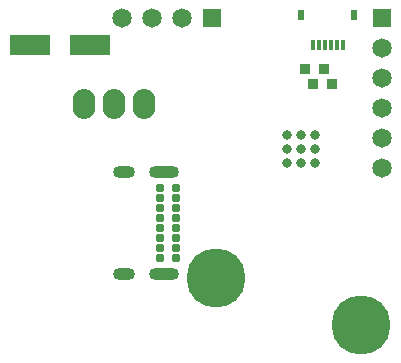
<source format=gbs>
G04*
G04 #@! TF.GenerationSoftware,Altium Limited,Altium Designer,23.10.1 (27)*
G04*
G04 Layer_Color=16711935*
%FSLAX25Y25*%
%MOIN*%
G70*
G04*
G04 #@! TF.SameCoordinates,13E47035-5D8A-42FE-96CF-1707A3A9F588*
G04*
G04*
G04 #@! TF.FilePolarity,Negative*
G04*
G01*
G75*
%ADD32R,0.01732X0.03701*%
%ADD33R,0.02126X0.03701*%
%ADD35R,0.03701X0.03701*%
%ADD49O,0.07638X0.10000*%
%ADD50C,0.03110*%
%ADD51R,0.06457X0.06457*%
%ADD52C,0.06457*%
%ADD53O,0.07244X0.04095*%
%ADD54O,0.10000X0.04095*%
%ADD55R,0.06457X0.06457*%
%ADD56C,0.19685*%
%ADD79R,0.13346X0.07047*%
%ADD80C,0.03162*%
D32*
X40157Y77559D02*
D03*
X38189D02*
D03*
X36220D02*
D03*
X42126D02*
D03*
X34252D02*
D03*
X32283D02*
D03*
D33*
X28346Y87402D02*
D03*
X46063D02*
D03*
D35*
X32283Y64567D02*
D03*
X38583D02*
D03*
X29528Y69685D02*
D03*
X35827D02*
D03*
D49*
X-24094Y57874D02*
D03*
X-34095D02*
D03*
X-44094D02*
D03*
D50*
X-18858Y13091D02*
D03*
X-13543Y29823D02*
D03*
Y26476D02*
D03*
Y23130D02*
D03*
Y19783D02*
D03*
Y16437D02*
D03*
Y13091D02*
D03*
Y9744D02*
D03*
Y6398D02*
D03*
X-18858Y6398D02*
D03*
X-18858Y9744D02*
D03*
X-18858Y16437D02*
D03*
Y19783D02*
D03*
Y23130D02*
D03*
X-18858Y26476D02*
D03*
X-18858Y29823D02*
D03*
D51*
X55118Y86378D02*
D03*
D52*
Y76378D02*
D03*
Y66378D02*
D03*
Y56378D02*
D03*
Y46378D02*
D03*
Y36378D02*
D03*
X-31417Y86614D02*
D03*
X-21417D02*
D03*
X-11417D02*
D03*
D53*
X-30709Y35138D02*
D03*
Y1083D02*
D03*
D54*
X-17402Y35138D02*
D03*
Y1083D02*
D03*
D55*
X-1417Y86614D02*
D03*
D56*
X0Y0D02*
D03*
X48425Y-15748D02*
D03*
D79*
X-41929Y77559D02*
D03*
X-62205D02*
D03*
D80*
X23622Y38189D02*
D03*
X33071D02*
D03*
Y47638D02*
D03*
X23622D02*
D03*
Y42913D02*
D03*
X33071D02*
D03*
X28346Y38189D02*
D03*
Y47638D02*
D03*
X28346Y42913D02*
D03*
M02*

</source>
